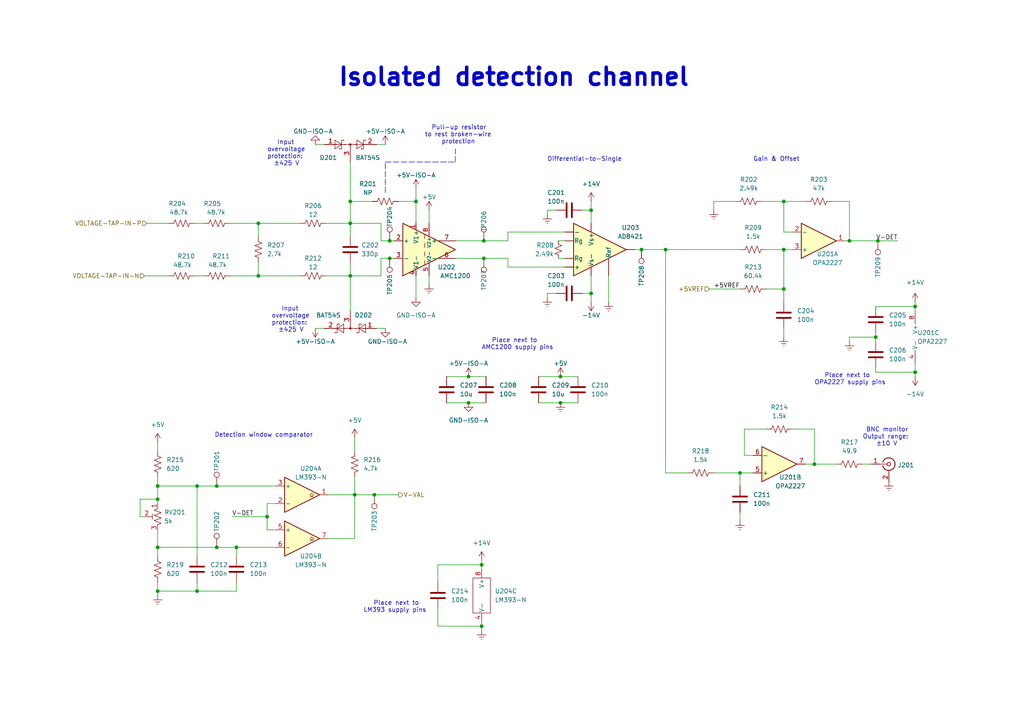
<source format=kicad_sch>
(kicad_sch (version 20211123) (generator eeschema)
  (paper "A4")
  (title_block (title "Isolation Detection Channel") (rev "v1.0.0") (company "CNPEM - Brazilian Center for Research in Energy and Materials") (comment 1 "Group: ENT/AIS") (comment 2 "Authors: Gabriel Brunheira / Samuel Fraga"))
  (junction (at 45.72 171.45))
  (junction (at 120.65 58.42))
  (junction (at 62.865 158.75))
  (junction (at 227.33 58.42))
  (junction (at 135.89 116.84))
  (junction (at 139.7 181.61))
  (junction (at 140.335 69.85))
  (junction (at 74.93 64.77))
  (junction (at 171.45 60.96))
  (junction (at 113.03 74.93))
  (junction (at 68.58 158.75))
  (junction (at 162.56 116.84))
  (junction (at 227.33 83.82))
  (junction (at 62.865 140.97))
  (junction (at 45.72 140.97))
  (junction (at 246.38 69.85))
  (junction (at 101.6 80.01))
  (junction (at 236.22 134.62))
  (junction (at 57.15 140.97))
  (junction (at 139.7 163.83))
  (junction (at 140.335 74.93))
  (junction (at 45.72 144.78))
  (junction (at 171.45 85.09))
  (junction (at 186.055 72.39))
  (junction (at 113.03 69.85))
  (junction (at 101.6 64.77))
  (junction (at 214.63 137.16))
  (junction (at 193.04 72.39))
  (junction (at 254 97.79))
  (junction (at 74.93 80.01))
  (junction (at 162.56 109.22))
  (junction (at 57.15 171.45))
  (junction (at 77.47 149.86))
  (junction (at 227.33 72.39))
  (junction (at 254.635 69.85))
  (junction (at 102.87 143.51))
  (junction (at 45.72 158.75))
  (junction (at 101.6 58.42))
  (junction (at 265.43 107.95))
  (junction (at 135.89 109.22))
  (junction (at 108.585 143.51))
  (junction (at 265.43 88.9))
  (wire (pts (xy 139.7 162.56) (xy 139.7 163.83)))
  (wire (pts (xy 102.87 156.21) (xy 102.87 143.51)))
  (wire (pts (xy 161.925 69.85) (xy 163.83 69.85)))
  (wire (pts (xy 45.72 171.45) (xy 57.15 171.45)))
  (wire (pts (xy 222.25 124.46) (xy 215.9 124.46)))
  (wire (pts (xy 227.33 72.39) (xy 229.87 72.39)))
  (wire (pts (xy 186.055 72.39) (xy 193.04 72.39)))
  (wire (pts (xy 162.56 116.84) (xy 167.64 116.84)))
  (wire (pts (xy 265.43 107.95) (xy 265.43 109.22)))
  (wire (pts (xy 161.29 85.09) (xy 158.75 85.09)))
  (wire (pts (xy 45.72 158.75) (xy 45.72 161.29)))
  (wire (pts (xy 193.04 72.39) (xy 214.63 72.39)))
  (wire (pts (xy 114.3 74.93) (xy 113.03 74.93)))
  (wire (pts (xy 147.32 67.31) (xy 163.83 67.31)))
  (wire (pts (xy 254 107.95) (xy 265.43 107.95)))
  (wire (pts (xy 66.675 64.77) (xy 74.93 64.77)))
  (wire (pts (xy 207.01 58.42) (xy 207.01 60.96)))
  (wire (pts (xy 45.72 138.43) (xy 45.72 140.97)))
  (wire (pts (xy 94.615 64.77) (xy 101.6 64.77)))
  (wire (pts (xy 156.21 109.22) (xy 162.56 109.22)))
  (wire (pts (xy 163.83 77.47) (xy 147.32 77.47)))
  (wire (pts (xy 162.56 109.22) (xy 167.64 109.22)))
  (wire (pts (xy 171.45 85.09) (xy 171.45 87.63)))
  (wire (pts (xy 171.45 80.01) (xy 171.45 85.09)))
  (wire (pts (xy 229.87 67.31) (xy 227.33 67.31)))
  (wire (pts (xy 161.29 60.96) (xy 158.75 60.96)))
  (wire (pts (xy 215.9 124.46) (xy 215.9 132.08)))
  (wire (pts (xy 158.75 85.09) (xy 158.75 86.36)))
  (wire (pts (xy 101.6 76.2) (xy 101.6 80.01)))
  (wire (pts (xy 227.33 83.82) (xy 227.33 72.39)))
  (wire (pts (xy 265.43 88.9) (xy 265.43 90.17)))
  (wire (pts (xy 111.76 41.91) (xy 109.22 41.91)))
  (wire (pts (xy 140.335 69.85) (xy 147.32 69.85)))
  (wire (pts (xy 193.04 137.16) (xy 199.39 137.16)))
  (wire (pts (xy 45.72 158.75) (xy 62.865 158.75)))
  (wire (pts (xy 132.08 74.93) (xy 140.335 74.93)))
  (wire (pts (xy 233.68 58.42) (xy 227.33 58.42)))
  (wire (pts (xy 74.93 64.77) (xy 74.93 68.58)))
  (wire (pts (xy 250.19 134.62) (xy 252.73 134.62)))
  (wire (pts (xy 48.895 64.77) (xy 42.545 64.77)))
  (wire (pts (xy 156.21 116.84) (xy 162.56 116.84)))
  (wire (pts (xy 147.32 77.47) (xy 147.32 74.93)))
  (wire (pts (xy 74.93 80.01) (xy 86.995 80.01)))
  (wire (pts (xy 94.615 80.01) (xy 101.6 80.01)))
  (wire (pts (xy 127 176.53) (xy 127 181.61)))
  (wire (pts (xy 139.7 163.83) (xy 139.7 165.1)))
  (wire (pts (xy 110.49 64.77) (xy 110.49 69.85)))
  (wire (pts (xy 158.75 60.96) (xy 158.75 62.23)))
  (polyline (pts (xy 132.08 46.99) (xy 132.08 43.18)))
  (wire (pts (xy 135.89 116.84) (xy 140.97 116.84)))
  (wire (pts (xy 176.53 80.01) (xy 176.53 87.63)))
  (wire (pts (xy 66.675 80.01) (xy 74.93 80.01)))
  (wire (pts (xy 113.03 74.93) (xy 110.49 74.93)))
  (wire (pts (xy 205.74 83.82) (xy 214.63 83.82)))
  (wire (pts (xy 227.33 67.31) (xy 227.33 58.42)))
  (wire (pts (xy 56.515 80.01) (xy 59.055 80.01)))
  (wire (pts (xy 147.32 69.85) (xy 147.32 67.31)))
  (wire (pts (xy 218.44 137.16) (xy 214.63 137.16)))
  (wire (pts (xy 111.76 95.25) (xy 109.22 95.25)))
  (wire (pts (xy 91.44 95.25) (xy 93.98 95.25)))
  (wire (pts (xy 77.47 146.05) (xy 80.01 146.05)))
  (wire (pts (xy 215.9 132.08) (xy 218.44 132.08)))
  (wire (pts (xy 101.6 58.42) (xy 101.6 64.77)))
  (wire (pts (xy 108.585 143.51) (xy 115.57 143.51)))
  (wire (pts (xy 227.33 95.25) (xy 227.33 97.79)))
  (wire (pts (xy 57.15 168.91) (xy 57.15 171.45)))
  (wire (pts (xy 214.63 148.59) (xy 214.63 151.13)))
  (wire (pts (xy 102.87 143.51) (xy 95.25 143.51)))
  (wire (pts (xy 40.64 149.86) (xy 41.91 149.86)))
  (wire (pts (xy 101.6 46.99) (xy 101.6 58.42)))
  (wire (pts (xy 120.65 58.42) (xy 120.65 54.61)))
  (wire (pts (xy 113.03 69.85) (xy 114.3 69.85)))
  (wire (pts (xy 45.72 168.91) (xy 45.72 171.45)))
  (wire (pts (xy 222.25 83.82) (xy 227.33 83.82)))
  (wire (pts (xy 124.46 80.01) (xy 124.46 82.55)))
  (wire (pts (xy 184.15 72.39) (xy 186.055 72.39)))
  (wire (pts (xy 227.33 58.42) (xy 220.98 58.42)))
  (wire (pts (xy 214.63 137.16) (xy 214.63 140.97)))
  (wire (pts (xy 101.6 90.17) (xy 101.6 80.01)))
  (wire (pts (xy 57.15 140.97) (xy 57.15 161.29)))
  (wire (pts (xy 222.25 72.39) (xy 227.33 72.39)))
  (wire (pts (xy 139.7 180.34) (xy 139.7 181.61)))
  (wire (pts (xy 254 97.79) (xy 254 99.06)))
  (wire (pts (xy 246.38 97.79) (xy 254 97.79)))
  (wire (pts (xy 246.38 69.85) (xy 254.635 69.85)))
  (wire (pts (xy 139.7 181.61) (xy 139.7 182.88)))
  (wire (pts (xy 254 88.9) (xy 265.43 88.9)))
  (wire (pts (xy 246.38 99.06) (xy 246.38 97.79)))
  (wire (pts (xy 193.04 137.16) (xy 193.04 72.39)))
  (wire (pts (xy 101.6 64.77) (xy 110.49 64.77)))
  (wire (pts (xy 254 106.68) (xy 254 107.95)))
  (wire (pts (xy 74.93 64.77) (xy 86.995 64.77)))
  (wire (pts (xy 57.15 140.97) (xy 62.865 140.97)))
  (wire (pts (xy 102.87 143.51) (xy 108.585 143.51)))
  (wire (pts (xy 95.25 156.21) (xy 102.87 156.21)))
  (wire (pts (xy 68.58 158.75) (xy 68.58 161.29)))
  (wire (pts (xy 246.38 69.85) (xy 246.38 58.42)))
  (wire (pts (xy 115.57 58.42) (xy 120.65 58.42)))
  (wire (pts (xy 120.65 80.01) (xy 120.65 86.36)))
  (wire (pts (xy 57.15 171.45) (xy 68.58 171.45)))
  (polyline (pts (xy 111.76 46.99) (xy 132.08 46.99)))
  (wire (pts (xy 254.635 69.85) (xy 260.35 69.85)))
  (wire (pts (xy 41.91 80.01) (xy 48.895 80.01)))
  (wire (pts (xy 45.72 144.78) (xy 45.72 146.05)))
  (wire (pts (xy 127 168.91) (xy 127 163.83)))
  (wire (pts (xy 62.865 158.75) (xy 68.58 158.75)))
  (wire (pts (xy 45.72 144.78) (xy 45.72 140.97)))
  (wire (pts (xy 140.335 74.93) (xy 147.32 74.93)))
  (wire (pts (xy 68.58 158.75) (xy 80.01 158.75)))
  (wire (pts (xy 236.22 124.46) (xy 229.87 124.46)))
  (wire (pts (xy 161.925 74.93) (xy 163.83 74.93)))
  (wire (pts (xy 168.91 60.96) (xy 171.45 60.96)))
  (wire (pts (xy 171.45 60.96) (xy 171.45 64.77)))
  (wire (pts (xy 129.54 116.84) (xy 135.89 116.84)))
  (wire (pts (xy 207.01 58.42) (xy 213.36 58.42)))
  (wire (pts (xy 40.64 144.78) (xy 45.72 144.78)))
  (wire (pts (xy 129.54 109.22) (xy 135.89 109.22)))
  (wire (pts (xy 236.22 134.62) (xy 242.57 134.62)))
  (wire (pts (xy 236.22 124.46) (xy 236.22 134.62)))
  (wire (pts (xy 74.93 76.2) (xy 74.93 80.01)))
  (wire (pts (xy 171.45 58.42) (xy 171.45 60.96)))
  (wire (pts (xy 227.33 83.82) (xy 227.33 87.63)))
  (wire (pts (xy 120.65 64.77) (xy 120.65 58.42)))
  (wire (pts (xy 127 181.61) (xy 139.7 181.61)))
  (wire (pts (xy 102.87 138.43) (xy 102.87 143.51)))
  (wire (pts (xy 91.44 41.91) (xy 93.98 41.91)))
  (wire (pts (xy 110.49 74.93) (xy 110.49 80.01)))
  (wire (pts (xy 265.43 105.41) (xy 265.43 107.95)))
  (wire (pts (xy 67.31 149.86) (xy 77.47 149.86)))
  (wire (pts (xy 254 96.52) (xy 254 97.79)))
  (wire (pts (xy 45.72 140.97) (xy 57.15 140.97)))
  (wire (pts (xy 101.6 80.01) (xy 110.49 80.01)))
  (wire (pts (xy 265.43 87.63) (xy 265.43 88.9)))
  (wire (pts (xy 110.49 69.85) (xy 113.03 69.85)))
  (wire (pts (xy 246.38 69.85) (xy 245.11 69.85)))
  (wire (pts (xy 45.72 128.27) (xy 45.72 130.81)))
  (wire (pts (xy 168.91 85.09) (xy 171.45 85.09)))
  (wire (pts (xy 233.68 134.62) (xy 236.22 134.62)))
  (wire (pts (xy 62.865 140.97) (xy 80.01 140.97)))
  (wire (pts (xy 45.72 171.45) (xy 45.72 172.72)))
  (wire (pts (xy 40.64 144.78) (xy 40.64 149.86)))
  (wire (pts (xy 135.89 109.22) (xy 140.97 109.22)))
  (wire (pts (xy 45.72 153.67) (xy 45.72 158.75)))
  (wire (pts (xy 101.6 58.42) (xy 107.95 58.42)))
  (wire (pts (xy 102.87 127) (xy 102.87 130.81)))
  (wire (pts (xy 77.47 153.67) (xy 77.47 149.86)))
  (wire (pts (xy 127 163.83) (xy 139.7 163.83)))
  (wire (pts (xy 246.38 58.42) (xy 241.3 58.42)))
  (polyline (pts (xy 111.76 55.88) (xy 111.76 46.99)))
  (wire (pts (xy 214.63 137.16) (xy 207.01 137.16)))
  (wire (pts (xy 80.01 153.67) (xy 77.47 153.67)))
  (wire (pts (xy 132.08 69.85) (xy 140.335 69.85)))
  (wire (pts (xy 77.47 149.86) (xy 77.47 146.05)))
  (wire (pts (xy 124.46 60.96) (xy 124.46 64.77)))
  (wire (pts (xy 101.6 64.77) (xy 101.6 68.58)))
  (wire (pts (xy 56.515 64.77) (xy 59.055 64.77)))
  (wire (pts (xy 68.58 168.91) (xy 68.58 171.45)))
  (text "  Pull-up resistor\nto rest broken-wire\n     protection" (at 123.19 41.91 0) (effects (font (size 1.27 1.27)) (justify left bottom)))
  (text "Gain & Offset" (at 218.44 46.99 0) (effects (font (size 1.27 1.27)) (justify left bottom)))
  (text "   Input\novervoltage\nprotection:\n  ±425 V" (at 77.47 48.26 0) (effects (font (size 1.27 1.27)) (justify left bottom)))
  (text "   Place next to\nAMC1200 supply pins" (at 139.7 101.6 0) (effects (font (size 1.27 1.27)) (justify left bottom)))
  (text "   Place next to\nLM393 supply pins" (at 105.41 177.8 0) (effects (font (size 1.27 1.27)) (justify left bottom)))
  (text "   Input\novervoltage\nprotection:\n  ±425 V" (at 78.74 96.52 0) (effects (font (size 1.27 1.27)) (justify left bottom)))
  (text "Differential-to-Single" (at 158.75 46.99 0) (effects (font (size 1.27 1.27)) (justify left bottom)))
  (text "Isolated detection channel" (at 97.79 25.4 0) (effects (font (size 5 5) (thickness 1) bold) (justify left bottom)))
  (text "   Place next to\nOPA2227 supply pins" (at 236.22 111.76 0) (effects (font (size 1.27 1.27)) (justify left bottom)))
  (text " BNC monitor\nOutput range:\n    ±10 V" (at 250.19 129.54 0) (effects (font (size 1.27 1.27)) (justify left bottom)))
  (text "Detection window comparator" (at 62.23 127 0) (effects (font (size 1.27 1.27)) (justify left bottom)))
  (label "V-DET" (at 260.35 69.85 180))
  (label "V-DET" (at 67.31 149.86 0))
  (label "+5VREF" (at 207.01 83.82 0))
  (hierarchical_label "VOLTAGE-TAP-IN-P" (shape input) (at 42.545 64.77 180))
  (hierarchical_label "+5VREF" (shape input) (at 205.74 83.82 180))
  (hierarchical_label "V-VAL" (shape output) (at 115.57 143.51 0))
  (hierarchical_label "VOLTAGE-TAP-IN-N" (shape input) (at 41.91 80.01 180))
  (symbol (lib_id "power:Earth") (at 124.46 82.55 0) (unit 1)
    (property "Reference" "#PWR0208" (effects hide))
    (property "Value" "Earth" (effects hide))
  )
  (symbol (lib_id "Device:C") (at 165.1 85.09 270) (unit 1)
    (property "Reference" "C203" (at 158.75 80.01 90) (effects (justify left)))
    (property "Value" "100n" (at 158.75 82.55 90) (effects (justify left)))
    (property "Footprint" "Capacitor_SMD:C_0603_1608Metric_Pad1.08x0.95mm_HandSolder" (effects hide))
    (property "Datasheet" "https://product.tdk.com/system/files/dam/doc/product/capacitor/ceramic/mlcc/catalog/mlcc_commercial_general_en.pdf" (effects hide))
    (property "CNPEM Code" "AP107349" (effects hide))
    (property "Description" "Ceramic Capacitor 100nF 50V 10% SMD 0603 X7R" (effects hide))
    (property "Manufacturer" "TDK" (effects hide))
    (property "Part Number" "C1608X7R1H104K080AA" (effects hide))
    (property "Vendor Link" "https://br.mouser.com/ProductDetail/TDK/C1608X7R1H104K080AA?qs=NRhsANhppD8dEJli2CDBHA%3D%3D" (effects hide))
  )
  (symbol (lib_id "Amplifier_Instrumentation:AD8421BRZ") (at 171.45 72.39 0) (unit 1)
    (property "Reference" "U203" (at 182.88 66.04 0))
    (property "Value" "AD8421" (at 182.88 68.58 0))
    (property "Footprint" "Package_SO:SOIC-8_3.9x4.9mm_P1.27mm" (effects hide))
    (property "Datasheet" "https://www.analog.com/media/en/technical-documentation/data-sheets/AD8421.pdf" (effects hide))
    (property "Manufacturer" "Analog Devices" (effects hide))
    (property "Part Number" "AD8421BRZ" (effects hide))
    (property "CNPEM Code" "MT100289" (effects hide))
  )
  (symbol (lib_id "qds-cv-lib-sym:GND-ISO-A") (at 91.44 41.91 180) (unit 1)
    (property "Reference" "#PWR0201" (effects hide))
    (property "Value" "GND-ISO-A" (at 85.09 38.1 0) (effects (justify right)))
  )
  (symbol (lib_id "qds-cv-lib-sym:+14V") (at 265.43 87.63 0) (unit 1)
    (property "Reference" "#PWR0213" (effects hide))
    (property "Value" "+14V" (at 265.43 81.915 0))
  )
  (symbol (lib_id "Device:C") (at 167.64 113.03 0) (unit 1)
    (property "Reference" "C210" (at 171.45 111.7599 0) (effects (justify left)))
    (property "Value" "100n" (at 171.45 114.2999 0) (effects (justify left)))
    (property "Footprint" "Capacitor_SMD:C_0603_1608Metric_Pad1.08x0.95mm_HandSolder" (effects hide))
    (property "Datasheet" "https://product.tdk.com/system/files/dam/doc/product/capacitor/ceramic/mlcc/catalog/mlcc_commercial_general_en.pdf" (effects hide))
    (property "CNPEM Code" "AP107349" (effects hide))
    (property "Description" "Ceramic Capacitor 100nF 50V 10% SMD 0603 X7R" (effects hide))
    (property "Manufacturer" "TDK" (effects hide))
    (property "Part Number" "C1608X7R1H104K080AA" (effects hide))
    (property "Vendor Link" "https://br.mouser.com/ProductDetail/TDK/C1608X7R1H104K080AA?qs=NRhsANhppD8dEJli2CDBHA%3D%3D" (effects hide))
  )
  (symbol (lib_id "Connector:TestPoint") (at 62.865 140.97 0) (unit 1)
    (property "Reference" "TP201" (at 62.8904 136.7536 90) (effects (justify left)))
    (property "Value" "Vth-H" (effects hide))
    (property "Footprint" "qds-cv-lib:TestPoint_Keystone_5010-5014_Multipurpose" (effects hide))
    (property "Datasheet" "https://www.keyelco.com/product-pdf.cfm?p=1321" (effects hide))
  )
  (symbol (lib_id "power:Earth") (at 176.53 87.63 0) (unit 1)
    (property "Reference" "#PWR0212" (effects hide))
    (property "Value" "Earth" (effects hide))
  )
  (symbol (lib_id "Device:R_US") (at 62.865 64.77 90) (unit 1)
    (property "Reference" "R205" (at 64.135 59.055 90) (effects (justify left)))
    (property "Value" "48.7k" (at 65.405 61.595 90) (effects (justify left)))
    (property "Footprint" "Resistor_SMD:R_1206_3216Metric_Pad1.30x1.75mm_HandSolder" (effects hide))
    (property "Datasheet" "https://www.yageo.com/upload/media/product/productsearch/datasheet/rchip/PYu-RT_1-to-0.01_RoHS_L_13.pdf" (effects hide))
    (property "CNPEM Code" "MC128222" (effects hide))
    (property "Manufacturer" "Yageo" (effects hide))
    (property "Part Number" "RT1206BRD0748K7L" (effects hide))
    (property "Description" "Resistor 48.7k 0.1% 0.25W SMD 1206" (effects hide))
  )
  (symbol (lib_id "Connector:TestPoint") (at 140.335 69.85 0) (unit 1)
    (property "Reference" "TP206" (at 140.335 64.135 90))
    (property "Value" "TestPoint" (effects hide))
    (property "Footprint" "qds-cv-lib:TestPoint_Keystone_5010-5014_Multipurpose" (effects hide))
    (property "Datasheet" "https://www.keyelco.com/product-pdf.cfm?p=1321" (effects hide))
  )
  (symbol (lib_id "power:Earth") (at 246.38 99.06 0) (unit 1)
    (property "Reference" "#PWR0217" (effects hide))
    (property "Value" "Earth" (effects hide))
  )
  (symbol (lib_id "Connector:Conn_Coaxial") (at 257.81 134.62 0) (unit 1)
    (property "Reference" "J201" (at 260.35 134.9131 0) (effects (justify left)))
    (property "Value" "Conn_Coaxial" (effects hide))
    (property "Footprint" "qds-cv-lib:Molex_0731375003" (effects hide))
    (property "Datasheet" "https://www.molex.com/pdm_docs/sd/731375003_sd.pdf" (effects hide))
    (property "CNPEM Code" "AP107369" (effects hide))
    (property "Manufacturer" "Molex" (effects hide))
    (property "Part Number" "0731375003" (effects hide))
    (property "Vendor Link" "https://www.digikey.com/en/products/detail/molex/0731375003/1465136?s=N4IgTCBcDaIAwHYDMBGJCCsc5JAXQF8g&vendor=0" (effects hide))
    (property "Description" "BNC Jack Right Angle PCB" (effects hide))
  )
  (symbol (lib_id "Device:C") (at 254 92.71 0) (unit 1)
    (property "Reference" "C205" (at 257.81 91.4399 0) (effects (justify left)))
    (property "Value" "100n" (at 257.81 93.9799 0) (effects (justify left)))
    (property "Footprint" "Capacitor_SMD:C_0603_1608Metric_Pad1.08x0.95mm_HandSolder" (effects hide))
    (property "Datasheet" "https://product.tdk.com/system/files/dam/doc/product/capacitor/ceramic/mlcc/catalog/mlcc_commercial_general_en.pdf" (effects hide))
    (property "CNPEM Code" "AP107349" (effects hide))
    (property "Description" "Ceramic Capacitor 100nF 50V 10% SMD 0603 X7R" (effects hide))
    (property "Manufacturer" "TDK" (effects hide))
    (property "Part Number" "C1608X7R1H104K080AA" (effects hide))
    (property "Vendor Link" "https://br.mouser.com/ProductDetail/TDK/C1608X7R1H104K080AA?qs=NRhsANhppD8dEJli2CDBHA%3D%3D" (effects hide))
  )
  (symbol (lib_id "power:Earth") (at 214.63 151.13 0) (unit 1)
    (property "Reference" "#PWR0226" (effects hide))
    (property "Value" "Earth" (effects hide))
  )
  (symbol (lib_id "power:Earth") (at 207.01 60.96 0) (unit 1)
    (property "Reference" "#PWR0206" (effects hide))
    (property "Value" "Earth" (effects hide))
  )
  (symbol (lib_id "Device:C") (at 101.6 72.39 0) (unit 1)
    (property "Reference" "C202" (at 104.775 71.12 0) (effects (justify left)))
    (property "Value" "330p" (at 104.775 73.66 0) (effects (justify left)))
    (property "Footprint" "Capacitor_SMD:C_0805_2012Metric_Pad1.18x1.45mm_HandSolder" (effects hide))
    (property "Datasheet" "https://download.datasheets.com/pdfs/2015/3/22/4/27/47/982/pdc_/manual/ma0603cg-151j-500prg.pdf" (effects hide))
    (property "Description" "Ceramic Capacitor 330 pF 50V 5% SMD 0805 NPO" (effects hide))
    (property "Manufacturer" "Prosperity Dielectrics Co" (effects hide))
    (property "Part Number" "MA0805CG-331J-500PR" (effects hide))
  )
  (symbol (lib_id "qds-cv-lib-sym:GND-ISO-A") (at 120.65 86.36 0) (unit 1)
    (property "Reference" "#PWR0209" (effects hide))
    (property "Value" "GND-ISO-A" (at 120.65 91.44 0))
  )
  (symbol (lib_id "Device:R_US") (at 62.865 80.01 90) (unit 1)
    (property "Reference" "R211" (at 61.595 74.295 90) (effects (justify right)))
    (property "Value" "48.7k" (at 60.325 76.835 90) (effects (justify right)))
    (property "Footprint" "Resistor_SMD:R_1206_3216Metric_Pad1.30x1.75mm_HandSolder" (effects hide))
    (property "Datasheet" "https://www.yageo.com/upload/media/product/productsearch/datasheet/rchip/PYu-RT_1-to-0.01_RoHS_L_13.pdf" (effects hide))
    (property "CNPEM Code" "MC128222" (effects hide))
    (property "Manufacturer" "Yageo" (effects hide))
    (property "Part Number" "RT1206BRD0748K7L" (effects hide))
    (property "Description" "Resistor 48.7k 0.1% 0.25W SMD 1206" (effects hide))
  )
  (symbol (lib_id "power:+5V") (at 162.56 109.22 0) (unit 1)
    (property "Reference" "#PWR0219" (effects hide))
    (property "Value" "+5V" (at 162.56 105.41 0))
  )
  (symbol (lib_id "Diode:BAT54S") (at 101.6 41.91 0) (unit 1)
    (property "Reference" "D201" (at 95.25 45.72 0))
    (property "Value" "BAT54S" (at 106.68 45.72 0))
    (property "Footprint" "Package_TO_SOT_SMD:SOT-23" (effects hide))
    (property "Datasheet" "https://www.onsemi.com/download/data-sheet/pdf/bat54s-d.pdf" (effects hide))
    (property "CNPEM Code" "AP105030" (effects hide))
    (property "Description" "200mA Schottky Diode, 30 VRRM, Cascade Configutation, SMD SOT-23" (effects hide))
    (property "Manufacturer" "On Semiconductor" (effects hide))
    (property "Part Number" "BAT54S" (effects hide))
    (property "Vendor Link" "https://www.digikey.com/en/products/detail/onsemi/BAT54SLT1G/917811" (effects hide))
  )
  (symbol (lib_id "power:Earth") (at 257.81 139.7 0) (unit 1)
    (property "Reference" "#PWR0225" (effects hide))
    (property "Value" "Earth" (effects hide))
  )
  (symbol (lib_id "Device:C") (at 127 172.72 0) (unit 1)
    (property "Reference" "C214" (at 130.81 171.4499 0) (effects (justify left)))
    (property "Value" "100n" (at 130.81 173.9899 0) (effects (justify left)))
    (property "Footprint" "Capacitor_SMD:C_0603_1608Metric_Pad1.08x0.95mm_HandSolder" (effects hide))
    (property "Datasheet" "https://product.tdk.com/system/files/dam/doc/product/capacitor/ceramic/mlcc/catalog/mlcc_commercial_general_en.pdf" (effects hide))
    (property "CNPEM Code" "AP107349" (effects hide))
    (property "Description" "Ceramic Capacitor 100nF 50V 10% SMD 0603 X7R" (effects hide))
    (property "Manufacturer" "TDK" (effects hide))
    (property "Part Number" "C1608X7R1H104K080AA" (effects hide))
    (property "Vendor Link" "https://br.mouser.com/ProductDetail/TDK/C1608X7R1H104K080AA?qs=NRhsANhppD8dEJli2CDBHA%3D%3D" (effects hide))
  )
  (symbol (lib_id "power:Earth") (at 162.56 116.84 0) (unit 1)
    (property "Reference" "#PWR0222" (effects hide))
    (property "Value" "Earth" (effects hide))
  )
  (symbol (lib_id "qds-cv-lib-sym:+5V-ISO-A") (at 111.76 41.91 0) (unit 1)
    (property "Reference" "#PWR0202" (effects hide))
    (property "Value" "+5V-ISO-A" (at 111.76 38.1 0))
  )
  (symbol (lib_id "Device:C") (at 140.97 113.03 0) (unit 1)
    (property "Reference" "C208" (at 144.78 111.7599 0) (effects (justify left)))
    (property "Value" "100n" (at 144.78 114.2999 0) (effects (justify left)))
    (property "Footprint" "Capacitor_SMD:C_0603_1608Metric_Pad1.08x0.95mm_HandSolder" (effects hide))
    (property "Datasheet" "https://product.tdk.com/system/files/dam/doc/product/capacitor/ceramic/mlcc/catalog/mlcc_commercial_general_en.pdf" (effects hide))
    (property "CNPEM Code" "AP107349" (effects hide))
    (property "Description" "Ceramic Capacitor 100nF 50V 10% SMD 0603 X7R" (effects hide))
    (property "Manufacturer" "TDK" (effects hide))
    (property "Part Number" "C1608X7R1H104K080AA" (effects hide))
    (property "Vendor Link" "https://br.mouser.com/ProductDetail/TDK/C1608X7R1H104K080AA?qs=NRhsANhppD8dEJli2CDBHA%3D%3D" (effects hide))
  )
  (symbol (lib_id "Connector:TestPoint") (at 62.865 158.75 0) (unit 1)
    (property "Reference" "TP202" (at 62.865 154.305 90) (effects (justify left)))
    (property "Value" "Vth-L" (effects hide))
    (property "Footprint" "qds-cv-lib:TestPoint_Keystone_5010-5014_Multipurpose" (effects hide))
    (property "Datasheet" "https://www.keyelco.com/product-pdf.cfm?p=1321" (effects hide))
  )
  (symbol (lib_id "Device:R_US") (at 45.72 165.1 180) (unit 1)
    (property "Reference" "R219" (at 48.26 163.8299 0) (effects (justify right)))
    (property "Value" "620" (at 48.26 166.3699 0) (effects (justify right)))
    (property "Footprint" "Resistor_SMD:R_0805_2012Metric_Pad1.20x1.40mm_HandSolder" (effects hide))
    (property "Datasheet" "https://www.yageo.com/upload/media/product/productsearch/datasheet/rchip/PYu-RT_1-to-0.01_RoHS_L_13.pdf" (effects hide))
    (property "Part Number" "RT0805BRB07620RL" (effects hide))
    (property "Manufacturer" "Yageo" (effects hide))
    (property "CNPEM Code" "MC127962" (effects hide))
    (property "Vendor Link" "https://www.digikey.com/en/products/detail/yageo/RT0805BRB07620RL/5931645" (effects hide))
    (property "Description" "Resistor 620 0.1% 0.125W SMD 0805" (effects hide))
  )
  (symbol (lib_id "power:+5V") (at 102.87 127 0) (unit 1)
    (property "Reference" "#PWR0224" (effects hide))
    (property "Value" "+5V" (at 102.87 121.92 0))
  )
  (symbol (lib_id "Device:C") (at 165.1 60.96 270) (unit 1)
    (property "Reference" "C201" (at 158.75 55.88 90) (effects (justify left)))
    (property "Value" "100n" (at 158.75 58.42 90) (effects (justify left)))
    (property "Footprint" "Capacitor_SMD:C_0603_1608Metric_Pad1.08x0.95mm_HandSolder" (effects hide))
    (property "Datasheet" "https://product.tdk.com/system/files/dam/doc/product/capacitor/ceramic/mlcc/catalog/mlcc_commercial_general_en.pdf" (effects hide))
    (property "CNPEM Code" "AP107349" (effects hide))
    (property "Description" "Ceramic Capacitor 100nF 50V 10% SMD 0603 X7R" (effects hide))
    (property "Manufacturer" "TDK" (effects hide))
    (property "Part Number" "C1608X7R1H104K080AA" (effects hide))
    (property "Vendor Link" "https://br.mouser.com/ProductDetail/TDK/C1608X7R1H104K080AA?qs=NRhsANhppD8dEJli2CDBHA%3D%3D" (effects hide))
  )
  (symbol (lib_id "Device:R_US") (at 102.87 134.62 0) (mirror y) (unit 1)
    (property "Reference" "R216" (at 105.41 133.3499 0) (effects (justify right)))
    (property "Value" "4.7k" (at 105.41 135.89 0) (effects (justify right)))
    (property "Footprint" "Resistor_SMD:R_0805_2012Metric_Pad1.20x1.40mm_HandSolder" (effects hide))
    (property "Datasheet" "https://datasheet.lcsc.com/lcsc/2206010216_UNI-ROYAL-Uniroyal-Elec-0805W8F1002T5E_C17414.pdf" (effects hide))
    (property "Part Number" "0805W8F1200T5E" (effects hide))
    (property "Description" "Resistor 4k7 1% 0.25W SMD 1206" (effects hide))
    (property "Manufacturer" "Yageo" (effects hide))
    (property "Vendor Link" "https://www.digikey.com/en/products/detail/yageo/RC1206FR-074K7L/728887?s=N4IgTCBcDaIEoGECMYAMA2AYnAtKg7ACwDS%2BAMiALoC%2BQA" (effects hide))
  )
  (symbol (lib_id "Device:C") (at 156.21 113.03 0) (unit 1)
    (property "Reference" "C209" (at 160.02 111.7599 0) (effects (justify left)))
    (property "Value" "10u" (at 160.02 114.2999 0) (effects (justify left)))
    (property "Footprint" "Capacitor_SMD:C_0805_2012Metric_Pad1.18x1.45mm_HandSolder" (effects hide))
    (property "Datasheet" "https://product.tdk.com/system/files/dam/doc/product/capacitor/ceramic/mlcc/catalog/mlcc_commercial_general_en.pdf" (effects hide))
    (property "CNPEM Code" "AP105062" (effects hide))
    (property "Description" "Ceramic Capacitor 10uF 35V 10% SMD 0805 X5R" (effects hide))
    (property "Manufacturer" "TDK" (effects hide))
    (property "Part Number" "C2012X5R1V106K085AC" (effects hide))
    (property "Vendor Link" "https://br.mouser.com/ProductDetail/TDK/C2012X5R1V106K085AC?qs=6JAMGB%252BEdky%252BlYMcTLhFyA%3D%3D&gclid=CjwKCAjwzuqgBhAcEiwAdj5dRnUgsoeER-xcgyV3p-https://br.mouser.com/ProductDetail/TDK/C2012X5R1V106K085AC?qs=6JAMGB%252BEdky%252BlYMcTLhFyA%3D%3D" (effects hide))
  )
  (symbol (lib_id "Diode:BAT54S") (at 101.6 95.25 180) (unit 1)
    (property "Reference" "D202" (at 105.41 91.44 0))
    (property "Value" "BAT54S" (at 95.25 91.44 0))
    (property "Footprint" "Package_TO_SOT_SMD:SOT-23" (effects hide))
    (property "Datasheet" "https://www.onsemi.com/download/data-sheet/pdf/bat54s-d.pdf" (effects hide))
    (property "CNPEM Code" "AP105030" (effects hide))
    (property "Description" "200mA Schottky Diode, 30 VRRM, Cascade Configutation, SMD SOT-23" (effects hide))
    (property "Manufacturer" "On Semiconductor" (effects hide))
    (property "Part Number" "BAT54S" (effects hide))
    (property "Vendor Link" "https://www.digikey.com/en/products/detail/onsemi/BAT54SLT1G/917811" (effects hide))
  )
  (symbol (lib_id "qds-cv-lib-sym:+5V-ISO-A") (at 91.44 95.25 180) (unit 1)
    (property "Reference" "#PWR0214" (effects hide))
    (property "Value" "+5V-ISO-A" (at 91.44 99.06 0))
  )
  (symbol (lib_id "Device:R_US") (at 217.17 58.42 90) (unit 1)
    (property "Reference" "R202" (at 217.17 52.07 90))
    (property "Value" "2.49k" (at 217.17 54.61 90))
    (property "Footprint" "Resistor_SMD:R_0805_2012Metric_Pad1.20x1.40mm_HandSolder" (effects hide))
    (property "Datasheet" "https://media.digikey.com/pdf/Data%20Sheets/Tyco%20Electronics%20P%20B%20PDFs/RQ73-0618%20v2.pdf" (effects hide))
    (property "CNPEM Code" "MC127965" (effects hide))
    (property "Manufacturer" "TE connectivity" (effects hide))
    (property "Part Number" "RQ73C2A2K49BTD" (effects hide))
    (property "Description" "Resistor 2.49k 0.1% 0.2W SMD 0805" (effects hide))
    (property "Vendor Link" "https://www.digikey.com/en/products/detail/te-connectivity-passive-product/RQ73C2A2K49BTD/9479966" (effects hide))
  )
  (symbol (lib_id "Device:C") (at 68.58 165.1 0) (unit 1)
    (property "Reference" "C213" (at 72.39 163.8299 0) (effects (justify left)))
    (property "Value" "100n" (at 72.39 166.3699 0) (effects (justify left)))
    (property "Footprint" "Capacitor_SMD:C_0603_1608Metric_Pad1.08x0.95mm_HandSolder" (effects hide))
    (property "Datasheet" "https://product.tdk.com/system/files/dam/doc/product/capacitor/ceramic/mlcc/catalog/mlcc_commercial_general_en.pdf" (effects hide))
    (property "CNPEM Code" "AP107349" (effects hide))
    (property "Description" "Ceramic Capacitor 100nF 50V 10% SMD 0603 X7R" (effects hide))
    (property "Manufacturer" "TDK" (effects hide))
    (property "Part Number" "C1608X7R1H104K080AA" (effects hide))
    (property "Vendor Link" "https://br.mouser.com/ProductDetail/TDK/C1608X7R1H104K080AA?qs=NRhsANhppD8dEJli2CDBHA%3D%3D" (effects hide))
  )
  (symbol (lib_id "Device:R_US") (at 52.705 64.77 90) (unit 1)
    (property "Reference" "R204" (at 53.975 59.055 90) (effects (justify left)))
    (property "Value" "48.7k" (at 54.61 61.595 90) (effects (justify left)))
    (property "Footprint" "Resistor_SMD:R_1206_3216Metric_Pad1.30x1.75mm_HandSolder" (effects hide))
    (property "Datasheet" "https://www.yageo.com/upload/media/product/productsearch/datasheet/rchip/PYu-RT_1-to-0.01_RoHS_L_13.pdf" (effects hide))
    (property "CNPEM Code" "MC128222" (effects hide))
    (property "Manufacturer" "Yageo" (effects hide))
    (property "Part Number" "RT1206BRD0748K7L" (effects hide))
    (property "Description" "Resistor 48.7k 0.1% 0.25W SMD 1206" (effects hide))
  )
  (symbol (lib_id "Device:R_US") (at 90.805 80.01 90) (unit 1)
    (property "Reference" "R212" (at 90.805 74.93 90))
    (property "Value" "12" (at 90.805 77.47 90))
    (property "Footprint" "Resistor_SMD:R_0805_2012Metric_Pad1.20x1.40mm_HandSolder" (effects hide))
    (property "Datasheet" "https://www.te.com/usa-en/product-1-1614884-9.datasheet.pdf" (effects hide))
    (property "CNPEM Code" "AP107385" (effects hide))
    (property "Manufacturer" "TE connectivity" (effects hide))
    (property "Part Number" "1-1614884-9" (effects hide))
    (property "Description" "Resistor 12R 0.1% 0.1W SMD 0805" (effects hide))
    (property "Vendor Link" "https://www.digikey.in/en/products/detail/te-connectivity-passive-product/CPF0805B12RE1/2381987" (effects hide))
  )
  (symbol (lib_id "Device:C") (at 254 102.87 0) (unit 1)
    (property "Reference" "C206" (at 257.81 101.5999 0) (effects (justify left)))
    (property "Value" "100n" (at 257.81 104.1399 0) (effects (justify left)))
    (property "Footprint" "Capacitor_SMD:C_0603_1608Metric_Pad1.08x0.95mm_HandSolder" (effects hide))
    (property "Datasheet" "https://product.tdk.com/system/files/dam/doc/product/capacitor/ceramic/mlcc/catalog/mlcc_commercial_general_en.pdf" (effects hide))
    (property "CNPEM Code" "AP107349" (effects hide))
    (property "Description" "Ceramic Capacitor 100nF 50V 10% SMD 0603 X7R" (effects hide))
    (property "Manufacturer" "TDK" (effects hide))
    (property "Part Number" "C1608X7R1H104K080AA" (effects hide))
    (property "Vendor Link" "https://br.mouser.com/ProductDetail/TDK/C1608X7R1H104K080AA?qs=NRhsANhppD8dEJli2CDBHA%3D%3D" (effects hide))
  )
  (symbol (lib_id "Device:C") (at 57.15 165.1 0) (unit 1)
    (property "Reference" "C212" (at 60.96 163.8299 0) (effects (justify left)))
    (property "Value" "100n" (at 60.96 166.3699 0) (effects (justify left)))
    (property "Footprint" "Capacitor_SMD:C_0603_1608Metric_Pad1.08x0.95mm_HandSolder" (effects hide))
    (property "Datasheet" "https://product.tdk.com/system/files/dam/doc/product/capacitor/ceramic/mlcc/catalog/mlcc_commercial_general_en.pdf" (effects hide))
    (property "CNPEM Code" "AP107349" (effects hide))
    (property "Description" "Ceramic Capacitor 100nF 50V 10% SMD 0603 X7R" (effects hide))
    (property "Manufacturer" "TDK" (effects hide))
    (property "Part Number" "C1608X7R1H104K080AA" (effects hide))
    (property "Vendor Link" "https://br.mouser.com/ProductDetail/TDK/C1608X7R1H104K080AA?qs=NRhsANhppD8dEJli2CDBHA%3D%3D" (effects hide))
  )
  (symbol (lib_id "Device:R_US") (at 74.93 72.39 0) (unit 1)
    (property "Reference" "R207" (at 77.47 71.1199 0) (effects (justify left)))
    (property "Value" "2.7k" (at 77.47 73.6599 0) (effects (justify left)))
    (property "Footprint" "Resistor_SMD:R_1206_3216Metric_Pad1.30x1.75mm_HandSolder" (effects hide))
    (property "Datasheet" "https://www.yageo.com/upload/media/product/productsearch/datasheet/rchip/PYu-RT_1-to-0.01_RoHS_L_13.pdf" (effects hide))
    (property "CNPEM Code" "MC128223" (effects hide))
    (property "Description" "Resistor 2.7k 0.1% 0.25W SMD 1206" (effects hide))
    (property "Manufacturer" "Yageo" (effects hide))
    (property "Part Number" "RT1206BRD072K7L" (effects hide))
    (property "Vendor Link" "https://www.digikey.com/en/products/detail/yageo/RT1206BRD072K7L/1079717" (effects hide))
  )
  (symbol (lib_id "qds-cv-lib-sym:OPA2227") (at 237.49 69.85 0) (mirror x) (unit 1)
    (property "Reference" "U201" (at 240.03 73.66 0))
    (property "Value" "OPA2227" (at 240.03 76.2 0))
    (property "Footprint" "Package_SO:SOIC-8_3.9x4.9mm_P1.27mm" (effects hide))
    (property "Datasheet" "https://www.ti.com/lit/ds/symlink/opa2227.pdf" (effects hide))
    (property "CNPEM Code" "AP107417" (effects hide))
    (property "Manufacturer" "Texas Instruments" (effects hide))
    (property "Part Number" "OPA2227UA" (effects hide))
    (property "Description" "High Precision, Low-Noise Dual Operational Amplifiers" (effects hide))
  )
  (symbol (lib_id "qds-cv-lib-sym:-14V") (at 171.45 87.63 180) (unit 1)
    (property "Reference" "#PWR0211" (effects hide))
    (property "Value" "-14V" (at 171.45 91.44 0))
  )
  (symbol (lib_id "power:+5V") (at 124.46 60.96 0) (unit 1)
    (property "Reference" "#PWR0205" (effects hide))
    (property "Value" "+5V" (at 124.46 57.15 0))
  )
  (symbol (lib_id "Device:R_US") (at 246.38 134.62 90) (unit 1)
    (property "Reference" "R217" (at 246.38 128.27 90))
    (property "Value" "49.9" (at 246.38 130.81 90))
    (property "Footprint" "Resistor_SMD:R_0805_2012Metric_Pad1.20x1.40mm_HandSolder" (effects hide))
    (property "Datasheet" "https://www.yageo.com/upload/media/product/productsearch/datasheet/rchip/PYu-RT_1-to-0.01_RoHS_L_13.pdf" (effects hide))
    (property "CNPEM Code" "AP108391" (effects hide))
    (property "Description" "Resistor 49.9 0.5% 0.125W SMD 0805" (effects hide))
    (property "Manufacturer" "Yageo" (effects hide))
    (property "Part Number" "RT0805DRE0749R9L" (effects hide))
    (property "Vendor Link" "https://www.digikey.com/en/products/detail/yageo/RT0805DRE0749R9L/1035664?s=N4IgTCBcDaIEoBUAMAOJBWAInAokg7ACwCccxAMiALoC%2BQA" (effects hide))
  )
  (symbol (lib_id "Device:R_Potentiometer_Trim_US") (at 45.72 149.86 0) (mirror y) (unit 1)
    (property "Reference" "RV201" (at 47.625 148.5899 0) (effects (justify right)))
    (property "Value" "5k" (at 47.625 151.1299 0) (effects (justify right)))
    (property "Footprint" "qds-cv-lib:Potentiometer_Bourns_3224X_Vertical" (effects hide))
    (property "Datasheet" "https://www.bourns.com/docs/Product-Datasheets/3224.pdf" (effects hide))
    (property "Manufacturer" "Bourns" (effects hide))
    (property "Part Number" "3224X-1-502E" (effects hide))
    (property "Description" "Trimpot 5k, 12 turns, 10% tolerance, 4mm SMD Top Adjust" (effects hide))
    (property "Vendor Link" "https://br.mouser.com/ProductDetail/Bourns/3224X-1-502E?qs=A%2FVUe%2FMZWjxlruRNznslvQ%3D%3D" (effects hide))
  )
  (symbol (lib_id "Device:R_US") (at 218.44 72.39 90) (unit 1)
    (property "Reference" "R209" (at 218.44 66.04 90))
    (property "Value" "1.5k" (at 218.44 68.58 90))
    (property "Footprint" "Resistor_SMD:R_0805_2012Metric_Pad1.20x1.40mm_HandSolder" (effects hide))
    (property "Datasheet" "https://industrial.panasonic.com/cdbs/www-data/pdf/RDM0000/AOA0000C307.pdf" (effects hide))
    (property "Part Number" "ERA-6AEB152V" (effects hide))
    (property "CNPEM Code" "AP104196" (effects hide))
    (property "Manufacturer" "Panasonic" (effects hide))
    (property "Description" "Resistor 1.5k 0.1% 0.125W SMD 0805" (effects hide))
  )
  (symbol (lib_id "qds-cv-lib-sym:+5V-ISO-A") (at 135.89 109.22 0) (unit 1)
    (property "Reference" "#PWR0218" (effects hide))
    (property "Value" "+5V-ISO-A" (at 135.89 105.41 0))
  )
  (symbol (lib_id "power:Earth") (at 139.7 182.88 0) (unit 1)
    (property "Reference" "#PWR0229" (effects hide))
    (property "Value" "Earth" (effects hide))
  )
  (symbol (lib_id "Device:R_US") (at 45.72 134.62 180) (unit 1)
    (property "Reference" "R215" (at 48.26 133.3499 0) (effects (justify right)))
    (property "Value" "620" (at 48.26 135.8899 0) (effects (justify right)))
    (property "Footprint" "Resistor_SMD:R_0805_2012Metric_Pad1.20x1.40mm_HandSolder" (effects hide))
    (property "Datasheet" "https://www.yageo.com/upload/media/product/productsearch/datasheet/rchip/PYu-RT_1-to-0.01_RoHS_L_13.pdf" (effects hide))
    (property "Part Number" "RT0805BRB07620RL" (effects hide))
    (property "Manufacturer" "Yageo" (effects hide))
    (property "CNPEM Code" "MC127962" (effects hide))
    (property "Vendor Link" "https://www.digikey.com/en/products/detail/yageo/RT0805BRB07620RL/5931645" (effects hide))
    (property "Description" "Resistor 620 0.1% 0.125W SMD 0805" (effects hide))
  )
  (symbol (lib_id "qds-cv-lib-sym:OPA2227") (at 226.06 134.62 0) (mirror x) (unit 2)
    (property "Reference" "U201" (at 229.235 138.43 0))
    (property "Value" "OPA2227" (at 229.235 140.97 0))
    (property "Footprint" "Package_SO:SOIC-8_3.9x4.9mm_P1.27mm" (effects hide))
    (property "Datasheet" "https://www.ti.com/lit/ds/symlink/opa2227.pdf" (effects hide))
    (property "CNPEM Code" "AP107417" (effects hide))
    (property "Manufacturer" "Texas Instruments" (effects hide))
    (property "Part Number" "OPA2227UA" (effects hide))
    (property "Description" "High Precision, Low-Noise Dual Operational Amplifiers" (effects hide))
  )
  (symbol (lib_id "power:Earth") (at 158.75 86.36 0) (unit 1)
    (property "Reference" "#PWR0210" (effects hide))
    (property "Value" "Earth" (effects hide))
  )
  (symbol (lib_id "Connector:TestPoint") (at 113.03 69.85 0) (unit 1)
    (property "Reference" "TP204" (at 113.03 62.865 90))
    (property "Value" "TestPoint" (effects hide))
    (property "Footprint" "qds-cv-lib:TestPoint_Keystone_5010-5014_Multipurpose" (effects hide))
    (property "Datasheet" "https://www.keyelco.com/product-pdf.cfm?p=1321" (effects hide))
  )
  (symbol (lib_id "Device:R_US") (at 90.805 64.77 90) (unit 1)
    (property "Reference" "R206" (at 90.805 59.69 90))
    (property "Value" "12" (at 90.805 62.23 90))
    (property "Footprint" "Resistor_SMD:R_0805_2012Metric_Pad1.20x1.40mm_HandSolder" (effects hide))
    (property "Datasheet" "https://www.te.com/usa-en/product-1-1614884-9.datasheet.pdf" (effects hide))
    (property "CNPEM Code" "AP107385" (effects hide))
    (property "Manufacturer" "TE connectivity" (effects hide))
    (property "Part Number" "1-1614884-9" (effects hide))
    (property "Description" "Resistor 12R 0.1% 0.1W SMD 0805" (effects hide))
    (property "Vendor Link" "https://www.digikey.in/en/products/detail/te-connectivity-passive-product/CPF0805B12RE1/2381987" (effects hide))
  )
  (symbol (lib_id "Device:R_US") (at 203.2 137.16 90) (unit 1)
    (property "Reference" "R218" (at 203.2 130.81 90))
    (property "Value" "1.5k" (at 203.2 133.35 90))
    (property "Footprint" "Resistor_SMD:R_0805_2012Metric_Pad1.20x1.40mm_HandSolder" (effects hide))
    (property "Datasheet" "https://industrial.panasonic.com/cdbs/www-data/pdf/RDM0000/AOA0000C307.pdf" (effects hide))
    (property "Part Number" "ERA-6AEB152V" (effects hide))
    (property "CNPEM Code" "AP104196" (effects hide))
    (property "Manufacturer" "Panasonic" (effects hide))
    (property "Description" "Resistor 1.5k 0.1% 0.125W SMD 0805" (effects hide))
  )
  (symbol (lib_id "qds-cv-lib-sym:AMC1200") (at 124.46 72.39 0) (unit 1)
    (property "Reference" "U202" (at 129.54 77.47 0))
    (property "Value" "AMC1200" (at 132.08 80.01 0))
    (property "Footprint" "Package_SO:SOP-8_6.62x9.15mm_P2.54mm" (effects hide))
    (property "Datasheet" "http://www.ti.com/lit/ds/symlink/amc1200.pdf" (effects hide))
    (property "CNPEM Code" "MC121968" (effects hide))
    (property "Manufacturer" "Texas Instruments" (effects hide))
    (property "Part Number" "AMC1200SDUBR" (effects hide))
  )
  (symbol (lib_id "Device:R_US") (at 226.06 124.46 90) (unit 1)
    (property "Reference" "R214" (at 226.06 118.11 90))
    (property "Value" "1.5k" (at 226.06 120.65 90))
    (property "Footprint" "Resistor_SMD:R_0805_2012Metric_Pad1.20x1.40mm_HandSolder" (effects hide))
    (property "Datasheet" "https://industrial.panasonic.com/cdbs/www-data/pdf/RDM0000/AOA0000C307.pdf" (effects hide))
    (property "Part Number" "ERA-6AEB152V" (effects hide))
    (property "CNPEM Code" "AP104196" (effects hide))
    (property "Manufacturer" "Panasonic" (effects hide))
    (property "Description" "Resistor 1.5k 0.1% 0.125W SMD 0805" (effects hide))
  )
  (symbol (lib_id "Device:C") (at 227.33 91.44 0) (unit 1)
    (property "Reference" "C204" (at 231.14 90.1699 0) (effects (justify left)))
    (property "Value" "100n" (at 231.14 92.7099 0) (effects (justify left)))
    (property "Footprint" "Capacitor_SMD:C_0603_1608Metric_Pad1.08x0.95mm_HandSolder" (effects hide))
    (property "Datasheet" "https://product.tdk.com/system/files/dam/doc/product/capacitor/ceramic/mlcc/catalog/mlcc_commercial_general_en.pdf" (effects hide))
    (property "CNPEM Code" "AP107349" (effects hide))
    (property "Description" "Ceramic Capacitor 100nF 50V 10% SMD 0603 X7R" (effects hide))
    (property "Manufacturer" "TDK" (effects hide))
    (property "Part Number" "C1608X7R1H104K080AA" (effects hide))
    (property "Vendor Link" "https://br.mouser.com/ProductDetail/TDK/C1608X7R1H104K080AA?qs=NRhsANhppD8dEJli2CDBHA%3D%3D" (effects hide))
  )
  (symbol (lib_id "power:Earth") (at 158.75 62.23 0) (unit 1)
    (property "Reference" "#PWR0207" (effects hide))
    (property "Value" "Earth" (effects hide))
  )
  (symbol (lib_id "Device:R_US") (at 218.44 83.82 90) (unit 1)
    (property "Reference" "R213" (at 218.44 77.47 90))
    (property "Value" "60.4k" (at 218.44 80.01 90))
    (property "Footprint" "Resistor_SMD:R_0603_1608Metric_Pad0.98x0.95mm_HandSolder" (effects hide))
    (property "Datasheet" "https://industrial.panasonic.com/cdbs/www-data/pdf/RDM0000/AOA0000C307.pdf" (effects hide))
    (property "Part Number" "ERA-3AEB6042V" (effects hide))
    (property "CNPEM Code" "AP110230" (effects hide))
    (property "Manufacturer" "Panasonic Electronic Components" (effects hide))
    (property "Description" "Resistor 60.4k 0.1% 0.1W SMD 0603" (effects hide))
    (property "Vendor Link" "https://br.mouser.com/ProductDetail/Panasonic/ERA-3AEB6042V?qs=nuXzIS8loXFnDDk6XXaRvA%3D%3D" (effects hide))
  )
  (symbol (lib_id "qds-cv-lib-sym:+5V-ISO-A") (at 120.65 54.61 0) (unit 1)
    (property "Reference" "#PWR0203" (effects hide))
    (property "Value" "+5V-ISO-A" (at 120.65 50.8 0))
  )
  (symbol (lib_id "power:Earth") (at 45.72 172.72 0) (unit 1)
    (property "Reference" "#PWR0228" (effects hide))
    (property "Value" "Earth" (effects hide))
  )
  (symbol (lib_id "Device:R_US") (at 111.76 58.42 90) (unit 1) (in_bom no)
    (property "Reference" "R201" (at 106.68 53.34 90))
    (property "Value" "NP" (at 106.68 55.88 90))
    (property "Footprint" "Resistor_SMD:R_0805_2012Metric_Pad1.20x1.40mm_HandSolder" (effects hide))
  )
  (symbol (lib_id "Device:R_US") (at 237.49 58.42 90) (unit 1)
    (property "Reference" "R203" (at 237.49 52.07 90))
    (property "Value" "47k" (at 237.49 54.61 90))
    (property "Footprint" "Resistor_SMD:R_0603_1608Metric_Pad0.98x0.95mm_HandSolder" (effects hide))
    (property "Datasheet" "https://industrial.panasonic.com/cdbs/www-data/pdf/RDM0000/AOA0000C307.pdf" (effects hide))
    (property "CNPEM Code" "AP107380" (effects hide))
    (property "Manufacturer" "Panasonic Electronic Components" (effects hide))
    (property "Part Number" "ERA-3AEB473V" (effects hide))
    (property "Description" "Resistor 47k 0.1% 0.1W SMD 0603" (effects hide))
    (property "Vendor Link" "https://www.digikey.com/en/products/detail/ERA-3AEB473V/P47KDBCT-ND/1466092" (effects hide))
  )
  (symbol (lib_id "power:Earth") (at 227.33 97.79 0) (unit 1)
    (property "Reference" "#PWR0216" (effects hide))
    (property "Value" "Earth" (effects hide))
  )
  (symbol (lib_id "Device:R_US") (at 52.705 80.01 90) (unit 1)
    (property "Reference" "R210" (at 51.435 74.295 90) (effects (justify right)))
    (property "Value" "48.7k" (at 50.165 76.835 90) (effects (justify right)))
    (property "Footprint" "Resistor_SMD:R_1206_3216Metric_Pad1.30x1.75mm_HandSolder" (effects hide))
    (property "Datasheet" "https://www.yageo.com/upload/media/product/productsearch/datasheet/rchip/PYu-RT_1-to-0.01_RoHS_L_13.pdf" (effects hide))
    (property "CNPEM Code" "MC128222" (effects hide))
    (property "Manufacturer" "Yageo" (effects hide))
    (property "Part Number" "RT1206BRD0748K7L" (effects hide))
    (property "Description" "Resistor 48.7k 0.1% 0.25W SMD 1206" (effects hide))
  )
  (symbol (lib_id "qds-cv-lib-sym:LM393-N") (at 87.63 143.51 0) (unit 1)
    (property "Reference" "U204" (at 90.17 135.89 0))
    (property "Value" "LM393-N" (at 90.17 138.43 0))
    (property "Footprint" "Package_SO:SOIC-8_3.9x4.9mm_P1.27mm" (effects hide))
    (property "Datasheet" "http://www.ti.com/lit/ds/symlink/lm393-n.pdf" (effects hide))
    (property "Part Number" "LM393N" (effects hide))
  )
  (symbol (lib_id "qds-cv-lib-sym:OPA2227") (at 267.97 97.79 0) (unit 3)
    (property "Reference" "U201" (at 266.065 96.5199 0) (effects (justify left)))
    (property "Value" "OPA2227" (at 266.065 99.0599 0) (effects (justify left)))
    (property "Footprint" "Package_SO:SOIC-8_3.9x4.9mm_P1.27mm" (effects hide))
    (property "Datasheet" "https://www.ti.com/lit/ds/symlink/opa2227.pdf" (effects hide))
    (property "CNPEM Code" "AP107417" (effects hide))
    (property "Manufacturer" "Texas Instruments" (effects hide))
    (property "Part Number" "OPA2227UA" (effects hide))
    (property "Description" "High Precision, Low-Noise Dual Operational Amplifiers" (effects hide))
  )
  (symbol (lib_id "Connector:TestPoint") (at 186.055 72.39 180) (unit 1)
    (property "Reference" "TP208" (at 186.055 80.01 90))
    (property "Value" "TestPoint" (effects hide))
    (property "Footprint" "qds-cv-lib:TestPoint_Keystone_5010-5014_Multipurpose" (effects hide))
    (property "Datasheet" "https://www.keyelco.com/product-pdf.cfm?p=1321" (effects hide))
  )
  (symbol (lib_id "Connector:TestPoint") (at 140.335 74.93 180) (unit 1)
    (property "Reference" "TP207" (at 140.335 81.28 90))
    (property "Value" "TestPoint" (effects hide))
    (property "Footprint" "qds-cv-lib:TestPoint_Keystone_5010-5014_Multipurpose" (effects hide))
    (property "Datasheet" "https://www.keyelco.com/product-pdf.cfm?p=1321" (effects hide))
  )
  (symbol (lib_id "qds-cv-lib-sym:GND-ISO-A") (at 135.89 116.84 0) (unit 1)
    (property "Reference" "#PWR0221" (effects hide))
    (property "Value" "GND-ISO-A" (at 135.89 121.92 0))
  )
  (symbol (lib_id "Connector:TestPoint") (at 113.03 74.93 180) (unit 1)
    (property "Reference" "TP205" (at 113.03 82.55 90))
    (property "Value" "TestPoint" (effects hide))
    (property "Footprint" "qds-cv-lib:TestPoint_Keystone_5010-5014_Multipurpose" (effects hide))
    (property "Datasheet" "https://www.keyelco.com/product-pdf.cfm?p=1321" (effects hide))
  )
  (symbol (lib_id "Device:C") (at 214.63 144.78 0) (unit 1)
    (property "Reference" "C211" (at 218.44 143.5099 0) (effects (justify left)))
    (property "Value" "100n" (at 218.44 146.0499 0) (effects (justify left)))
    (property "Footprint" "Capacitor_SMD:C_0603_1608Metric_Pad1.08x0.95mm_HandSolder" (effects hide))
    (property "Datasheet" "https://product.tdk.com/system/files/dam/doc/product/capacitor/ceramic/mlcc/catalog/mlcc_commercial_general_en.pdf" (effects hide))
    (property "CNPEM Code" "AP107349" (effects hide))
    (property "Description" "Ceramic Capacitor 100nF 50V 10% SMD 0603 X7R" (effects hide))
    (property "Manufacturer" "TDK" (effects hide))
    (property "Part Number" "C1608X7R1H104K080AA" (effects hide))
    (property "Vendor Link" "https://br.mouser.com/ProductDetail/TDK/C1608X7R1H104K080AA?qs=NRhsANhppD8dEJli2CDBHA%3D%3D" (effects hide))
  )
  (symbol (lib_id "Device:C") (at 129.54 113.03 0) (unit 1)
    (property "Reference" "C207" (at 133.35 111.7599 0) (effects (justify left)))
    (property "Value" "10u" (at 133.35 114.2999 0) (effects (justify left)))
    (property "Footprint" "Capacitor_SMD:C_0805_2012Metric_Pad1.18x1.45mm_HandSolder" (effects hide))
    (property "Datasheet" "https://product.tdk.com/system/files/dam/doc/product/capacitor/ceramic/mlcc/catalog/mlcc_commercial_general_en.pdf" (effects hide))
    (property "CNPEM Code" "AP105062" (effects hide))
    (property "Description" "Ceramic Capacitor 10uF 35V 10% SMD 0805 X5R" (effects hide))
    (property "Manufacturer" "TDK" (effects hide))
    (property "Part Number" "C2012X5R1V106K085AC" (effects hide))
    (property "Vendor Link" "https://br.mouser.com/ProductDetail/TDK/C2012X5R1V106K085AC?qs=6JAMGB%252BEdky%252BlYMcTLhFyA%3D%3D&gclid=CjwKCAjwzuqgBhAcEiwAdj5dRnUgsoeER-xcgyV3p-https://br.mouser.com/ProductDetail/TDK/C2012X5R1V106K085AC?qs=6JAMGB%252BEdky%252BlYMcTLhFyA%3D%3D" (effects hide))
  )
  (symbol (lib_id "qds-cv-lib-sym:+14V") (at 171.45 58.42 0) (unit 1)
    (property "Reference" "#PWR0204" (effects hide))
    (property "Value" "+14V" (at 171.45 53.34 0))
  )
  (symbol (lib_id "power:+5V") (at 45.72 128.27 0) (unit 1)
    (property "Reference" "#PWR0223" (effects hide))
    (property "Value" "+5V" (at 45.72 123.19 0))
  )
  (symbol (lib_id "qds-cv-lib-sym:LM393-N") (at 87.63 156.21 0) (unit 2)
    (property "Reference" "U204" (at 90.17 161.29 0))
    (property "Value" "LM393-N" (at 90.17 163.83 0))
    (property "Footprint" "Package_SO:SOIC-8_3.9x4.9mm_P1.27mm" (effects hide))
    (property "Datasheet" "http://www.ti.com/lit/ds/symlink/lm393-n.pdf" (effects hide))
    (property "Part Number" "LM393N" (effects hide))
  )
  (symbol (lib_id "qds-cv-lib-sym:LM393-N") (at 139.7 172.72 0) (unit 3)
    (property "Reference" "U204" (at 143.51 171.4499 0) (effects (justify left)))
    (property "Value" "LM393-N" (at 143.51 173.9899 0) (effects (justify left)))
    (property "Footprint" "Package_SO:SOIC-8_3.9x4.9mm_P1.27mm" (effects hide))
    (property "Datasheet" "http://www.ti.com/lit/ds/symlink/lm393-n.pdf" (effects hide))
    (property "Part Number" "LM393N" (effects hide))
  )
  (symbol (lib_id "qds-cv-lib-sym:GND-ISO-A") (at 111.76 95.25 0) (unit 1)
    (property "Reference" "#PWR0215" (effects hide))
    (property "Value" "GND-ISO-A" (at 118.11 99.06 0) (effects (justify right)))
  )
  (symbol (lib_id "Connector:TestPoint") (at 254.635 69.85 180) (unit 1)
    (property "Reference" "TP209" (at 254.635 77.47 90))
    (property "Value" "V-DET" (effects hide))
    (property "Footprint" "qds-cv-lib:TestPoint_Keystone_5010-5014_Multipurpose" (effects hide))
    (property "Datasheet" "https://www.keyelco.com/product-pdf.cfm?p=1321" (effects hide))
  )
  (symbol (lib_id "Device:R_Small_US") (at 161.925 72.39 180) (unit 1)
    (property "Reference" "R208" (at 155.575 71.12 0) (effects (justify right)))
    (property "Value" "2.49k" (at 160.655 73.66 0) (effects (justify left)))
    (property "Footprint" "Resistor_SMD:R_0805_2012Metric_Pad1.20x1.40mm_HandSolder" (effects hide))
    (property "Datasheet" "https://media.digikey.com/pdf/Data%20Sheets/Tyco%20Electronics%20P%20B%20PDFs/RQ73-0618%20v2.pdf" (effects hide))
    (property "CNPEM Code" "MC127965" (effects hide))
    (property "Manufacturer" "TE connectivity" (effects hide))
    (property "Part Number" "RQ73C2A2K49BTD" (effects hide))
    (property "Description" "Resistor 2.49k 0.1% 0.2W SMD 0805" (effects hide))
    (property "Vendor Link" "https://www.digikey.com/en/products/detail/te-connectivity-passive-product/RQ73C2A2K49BTD/9479966" (effects hide))
  )
  (symbol (lib_id "qds-cv-lib-sym:+14V") (at 139.7 162.56 0) (unit 1)
    (property "Reference" "#PWR0227" (effects hide))
    (property "Value" "+14V" (at 139.7 157.48 0))
  )
  (symbol (lib_id "Connector:TestPoint") (at 108.585 143.51 180) (unit 1)
    (property "Reference" "TP203" (at 108.585 151.13 90))
    (property "Value" "TestPoint" (effects hide))
    (property "Footprint" "qds-cv-lib:TestPoint_Keystone_5010-5014_Multipurpose" (effects hide))
    (property "Datasheet" "https://www.keyelco.com/product-pdf.cfm?p=1321" (effects hide))
  )
  (symbol (lib_id "qds-cv-lib-sym:-14V") (at 265.43 109.22 180) (unit 1)
    (property "Reference" "#PWR0220" (effects hide))
    (property "Value" "-14V" (at 265.43 114.3 0))
  )
)
</source>
